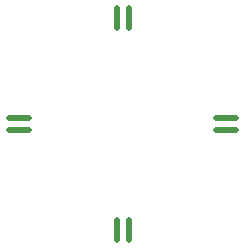
<source format=gbp>
G04*
G04 #@! TF.GenerationSoftware,Altium Limited,Altium Designer,23.3.1 (30)*
G04*
G04 Layer_Color=128*
%FSLAX25Y25*%
%MOIN*%
G70*
G04*
G04 #@! TF.SameCoordinates,65CDCF12-2861-4885-BE21-4D3676ECD45B*
G04*
G04*
G04 #@! TF.FilePolarity,Positive*
G04*
G01*
G75*
G04:AMPARAMS|DCode=105|XSize=86.61mil|YSize=19.68mil|CornerRadius=9.84mil|HoleSize=0mil|Usage=FLASHONLY|Rotation=0.000|XOffset=0mil|YOffset=0mil|HoleType=Round|Shape=RoundedRectangle|*
%AMROUNDEDRECTD105*
21,1,0.08661,0.00000,0,0,0.0*
21,1,0.06693,0.01968,0,0,0.0*
1,1,0.01968,0.03347,0.00000*
1,1,0.01968,-0.03347,0.00000*
1,1,0.01968,-0.03347,0.00000*
1,1,0.01968,0.03347,0.00000*
%
%ADD105ROUNDEDRECTD105*%
G04:AMPARAMS|DCode=107|XSize=86.61mil|YSize=19.68mil|CornerRadius=9.84mil|HoleSize=0mil|Usage=FLASHONLY|Rotation=270.000|XOffset=0mil|YOffset=0mil|HoleType=Round|Shape=RoundedRectangle|*
%AMROUNDEDRECTD107*
21,1,0.08661,0.00000,0,0,270.0*
21,1,0.06693,0.01968,0,0,270.0*
1,1,0.01968,0.00000,-0.03347*
1,1,0.01968,0.00000,0.03347*
1,1,0.01968,0.00000,0.03347*
1,1,0.01968,0.00000,-0.03347*
%
%ADD107ROUNDEDRECTD107*%
D105*
X50300Y346069D02*
D03*
Y342131D02*
D03*
X119300D02*
D03*
Y346069D02*
D03*
D107*
X86968Y308700D02*
D03*
X83031D02*
D03*
Y379300D02*
D03*
X86968D02*
D03*
M02*

</source>
